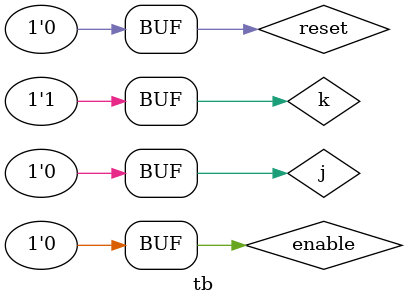
<source format=v>
module tb;
  reg enable, reset, j, k;
  wire q,qn;
  
  jk_latch jk(enable, reset, j, k, q,qn);
  
  initial begin
    $monitor("At time %t: enable=%b, reset=%b, j=%b, k=%b, q=%b, qn=%b",$time,enable,reset,j,k,q,qn);
    reset=0; enable=0; j=0; k=0; #2;
    reset=1; enable=0; j=0; k=1; #2;
    reset=0; enable=1; j=0; k=0; #2;
    reset=0; enable=1; j=0; k=1; #2;
    reset=0; enable=1; j=1; k=0; #2;
    reset=1; enable=1; j=1; k=1; #2;
    reset=0; enable=0; j=0; k=1; #2;
  end
  initial begin
    $dumpfile("waves.vcd");
    $dumpvars;
  end
endmodule

</source>
